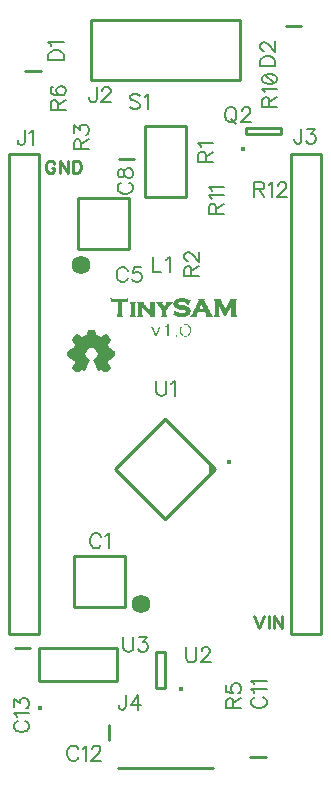
<source format=gbr>
%TF.GenerationSoftware,Novarm,DipTrace Beta,2.9.0.1*%
%TF.CreationDate,2015-11-14T18:18:46-04:00*%
%FSLAX35Y35*%
%MOMM*%
%TF.FileFunction,Legend,Top*%
%TF.Part,Single*%
%ADD10C,0.25*%
%ADD12C,0.0762*%
%ADD17C,0.4*%
%ADD19O,1.58731X1.58749*%
%ADD34O,0.39172X0.39127*%
%ADD93C,0.19608*%
%ADD94C,0.22222*%
G75*
G01*
%LPD*%
X2003876Y2796342D2*
D10*
X1573848D1*
Y2366354D1*
X2003876D1*
Y2796342D1*
D19*
X2138122Y2390840D3*
X2038216Y5400131D2*
D10*
X1608227D1*
Y5830160D1*
X2038216D1*
Y5400131D1*
D19*
X1632713Y5265886D3*
X2083491Y6162907D2*
D10*
X1953591D1*
X3194074Y1102497D2*
X3064174D1*
X1872601Y1369651D2*
Y1239751D1*
X1072594Y2021607D2*
X1202494D1*
X1291011Y6906054D2*
X1161111D1*
X3365831Y7285947D2*
X3495731D1*
X1025396Y2143186D2*
X1279401D1*
Y6206815D1*
X1025396D1*
Y2143186D1*
X2978701Y6828301D2*
Y7338301D1*
X1713701D1*
Y6828301D1*
X2978701D1*
X3667005Y6206815D2*
X3413001D1*
Y2143186D1*
X3667005D1*
Y6206815D1*
X1946201Y1007427D2*
X2746261D1*
D34*
X3003231Y6249310D3*
X3026601Y6376670D2*
D10*
X3326587D1*
Y6426671D1*
X3026601D1*
Y6376670D1*
X2171201Y5838633D2*
X2521201D1*
Y6438729D1*
X2171201D1*
Y5838633D1*
X2770568Y3540112D2*
X2346138Y3115677D1*
X1921820Y3539889D1*
X2346250Y3964324D1*
X2770568Y3540112D1*
G36*
D2*
X2713918Y3596644D1*
Y3483469D1*
X2770568Y3540112D1*
G37*
D17*
X2887228Y3593013D3*
D34*
X2481142Y1672263D3*
X2343816Y1685630D2*
D10*
Y1985624D1*
X2263830Y1685630D2*
Y1985624D1*
X2343816D2*
X2263830D1*
X2343816Y1685630D2*
X2263830D1*
D34*
X1282344Y1513233D3*
X1279704Y1739928D2*
D10*
X1939672D1*
X1279704Y2019927D2*
X1939672D1*
Y1739928D2*
Y2019927D1*
X1279704Y1739928D2*
Y2019927D1*
X1884377Y4986681D2*
D12*
D3*
X2021537Y4982871D2*
X2025347D1*
X2459687D2*
X2497787D1*
X1884377Y4979061D2*
X2025347D1*
X2449153D2*
X2510697D1*
X2623517D2*
X2673047D1*
X2756867D2*
X2810207D1*
X2890217D2*
X2943557D1*
X1884377Y4975251D2*
X2025347D1*
X2440453D2*
X2523432D1*
X2626433D2*
X2669237D1*
X2759928D2*
X2808594D1*
X2891831D2*
X2940496D1*
X1884377Y4971441D2*
X2025347D1*
X2433481D2*
X2536907D1*
X2628693D2*
X2665427D1*
X2762157D2*
X2807607D1*
X2892817D2*
X2938268D1*
X1884377Y4967631D2*
X2025347D1*
X2428084D2*
X2551127D1*
X2628521D2*
X2667331D1*
X2763433D2*
X2808397D1*
X2892027D2*
X2936992D1*
X1884377Y4963821D2*
X2025347D1*
X2424189D2*
X2548765D1*
X2627562D2*
X2668929D1*
X2764051D2*
X2809703D1*
X2890721D2*
X2936373D1*
X1884377Y4960011D2*
X2025347D1*
X2421321D2*
X2546592D1*
X2626093D2*
X2670529D1*
X2764319D2*
X2811333D1*
X2889091D2*
X2936105D1*
X1941527Y4956201D2*
X1968197D1*
X2021537D2*
X2025347D1*
X2419009D2*
X2459992D1*
X2500834D2*
X2544551D1*
X2624363D2*
X2672252D1*
X2764426D2*
X2813131D1*
X2887294D2*
X2935999D1*
X1884377Y4952391D2*
D3*
X1941527D2*
X1968197D1*
X2048207D2*
X2086307D1*
X2109167D2*
X2154887D1*
X2215847D2*
X2253947D1*
X2265377D2*
X2314907D1*
X2349197D2*
X2398727D1*
X2417073D2*
X2453513D1*
X2510518D2*
X2542592D1*
X2622529D2*
X2674078D1*
X2764466D2*
X2814991D1*
X2885433D2*
X2935959D1*
X1941527Y4948581D2*
X1968197D1*
X2049966D2*
X2083246D1*
X2112228D2*
X2153288D1*
X2217606D2*
X2250430D1*
X2269187D2*
X2313163D1*
X2352098D2*
X2394204D1*
X2415602D2*
X2448517D1*
X2518636D2*
X2540673D1*
X2620645D2*
X2676065D1*
X2764480D2*
X2816884D1*
X2883540D2*
X2935945D1*
X1941527Y4944771D2*
X1968197D1*
X2051060D2*
X2081018D1*
X2114457D2*
X2152347D1*
X2218700D2*
X2247825D1*
X2272997D2*
X2312218D1*
X2354313D2*
X2390204D1*
X2414724D2*
X2444637D1*
X2524753D2*
X2538862D1*
X2618752D2*
X2678318D1*
X2764485D2*
X2818781D1*
X2881629D2*
X2935940D1*
X1941527Y4940961D2*
X1968197D1*
X2051614D2*
X2079742D1*
X2115733D2*
X2153704D1*
X2219254D2*
X2247030D1*
X2276792D2*
X2311897D1*
X2354093D2*
X2386658D1*
X2414300D2*
X2442934D1*
X2528911D2*
X2537271D1*
X2616862D2*
X2680766D1*
X2764486D2*
X2820687D1*
X2879603D2*
X2935938D1*
X1941527Y4937151D2*
X1968197D1*
X2051859D2*
X2079123D1*
X2116351D2*
X2156073D1*
X2219499D2*
X2246617D1*
X2280468D2*
X2313485D1*
X2352279D2*
X2383157D1*
X2414240D2*
X2442641D1*
X2532077D2*
X2535887D1*
X2615080D2*
X2641964D1*
X2649584D2*
X2683097D1*
X2764487D2*
X2822588D1*
X2877336D2*
X2935937D1*
X1941527Y4933341D2*
X1968197D1*
X2051959D2*
X2078855D1*
X2116619D2*
X2159185D1*
X2219599D2*
X2246437D1*
X2283793D2*
X2315850D1*
X2350172D2*
X2379667D1*
X2414648D2*
X2449036D1*
X2613538D2*
X2640885D1*
X2652315D2*
X2685238D1*
X2764487D2*
X2824496D1*
X2874882D2*
X2935937D1*
X1941527Y4929531D2*
X1968197D1*
X2051997D2*
X2078749D1*
X2116726D2*
X2162694D1*
X2219637D2*
X2246367D1*
X2286690D2*
X2318534D1*
X2347704D2*
X2376436D1*
X2415545D2*
X2460392D1*
X2612183D2*
X2639398D1*
X2654638D2*
X2687259D1*
X2764487D2*
X2826398D1*
X2872549D2*
X2935937D1*
X1941527Y4925721D2*
X1968197D1*
X2052010D2*
X2078709D1*
X2116766D2*
X2166385D1*
X2219650D2*
X2246341D1*
X2289509D2*
X2321169D1*
X2344833D2*
X2373579D1*
X2416660D2*
X2476920D1*
X2610705D2*
X2637684D1*
X2656734D2*
X2689209D1*
X2764487D2*
X2791157D1*
X2799381D2*
X2828306D1*
X2870407D2*
X2897103D1*
X2905457D2*
X2935937D1*
X1941527Y4921911D2*
X1968197D1*
X2052015D2*
X2078695D1*
X2116780D2*
X2170151D1*
X2219655D2*
X2246332D1*
X2292520D2*
X2324037D1*
X2341917D2*
X2370777D1*
X2417955D2*
X2494943D1*
X2609037D2*
X2635853D1*
X2658713D2*
X2691136D1*
X2764487D2*
X2791157D1*
X2800459D2*
X2830223D1*
X2868386D2*
X2895655D1*
X2905457D2*
X2935937D1*
X1941527Y4918101D2*
X1968197D1*
X2052016D2*
X2078690D1*
X2116785D2*
X2173945D1*
X2219656D2*
X2246329D1*
X2295491D2*
X2327727D1*
X2339233D2*
X2367771D1*
X2419869D2*
X2510682D1*
X2607249D2*
X2633980D1*
X2660650D2*
X2693045D1*
X2764487D2*
X2791157D1*
X2801946D2*
X2832250D1*
X2866436D2*
X2893622D1*
X2905457D2*
X2935937D1*
X1941527Y4914291D2*
X1968197D1*
X2052017D2*
X2078688D1*
X2116786D2*
X2177750D1*
X2219657D2*
X2246328D1*
X2298227D2*
X2332451D1*
X2336632D2*
X2364802D1*
X2422703D2*
X2522795D1*
X2605389D2*
X2632098D1*
X2662563D2*
X2694955D1*
X2764487D2*
X2791157D1*
X2803675D2*
X2834519D1*
X2864509D2*
X2891477D1*
X2905457D2*
X2935937D1*
X1941527Y4910481D2*
X1968197D1*
X2052017D2*
X2078687D1*
X2116787D2*
X2181573D1*
X2219657D2*
X2246327D1*
X2300979D2*
X2362067D1*
X2426637D2*
X2531391D1*
X2603506D2*
X2630318D1*
X2664474D2*
X2696858D1*
X2764487D2*
X2791157D1*
X2805625D2*
X2836973D1*
X2862585D2*
X2889412D1*
X2905457D2*
X2935937D1*
X1941527Y4906671D2*
X1968197D1*
X2052017D2*
X2078687D1*
X2116787D2*
X2139647D1*
X2151077D2*
X2185516D1*
X2219657D2*
X2246327D1*
X2303964D2*
X2359316D1*
X2432272D2*
X2537192D1*
X2601605D2*
X2628763D1*
X2666392D2*
X2698766D1*
X2764487D2*
X2791157D1*
X2807865D2*
X2839305D1*
X2860526D2*
X2887420D1*
X2905457D2*
X2935937D1*
X1941527Y4902861D2*
X1968197D1*
X2052017D2*
X2078687D1*
X2116787D2*
X2139647D1*
X2154887D2*
X2189812D1*
X2219657D2*
X2246327D1*
X2306926D2*
X2356330D1*
X2441066D2*
X2541076D1*
X2599705D2*
X2627275D1*
X2668434D2*
X2700668D1*
X2764487D2*
X2791157D1*
X2810308D2*
X2841459D1*
X2857978D2*
X2885465D1*
X2905457D2*
X2935937D1*
X1941527Y4899051D2*
X1968197D1*
X2052017D2*
X2078687D1*
X2116787D2*
X2139647D1*
X2158697D2*
X2194534D1*
X2219657D2*
X2246327D1*
X2309644D2*
X2353383D1*
X2454903D2*
X2543869D1*
X2597798D2*
X2625310D1*
X2670826D2*
X2702576D1*
X2764487D2*
X2791157D1*
X2812637D2*
X2843580D1*
X2854437D2*
X2883423D1*
X2905457D2*
X2935937D1*
X1941527Y4895241D2*
X1968197D1*
X2052017D2*
X2078687D1*
X2116787D2*
X2139647D1*
X2162507D2*
X2199336D1*
X2219642D2*
X2246327D1*
X2312260D2*
X2350799D1*
X2473279D2*
X2546130D1*
X2595896D2*
X2622675D1*
X2673716D2*
X2704478D1*
X2764487D2*
X2791157D1*
X2814778D2*
X2845852D1*
X2849777D2*
X2881149D1*
X2905457D2*
X2935937D1*
X1941527Y4891431D2*
X1968197D1*
X2052017D2*
X2078687D1*
X2116787D2*
X2139647D1*
X2166317D2*
X2203955D1*
X2219497D2*
X2246327D1*
X2314745D2*
X2348668D1*
X2491638D2*
X2548040D1*
X2593988D2*
X2706386D1*
X2764487D2*
X2791157D1*
X2816799D2*
X2878693D1*
X2905457D2*
X2935937D1*
X1941527Y4887621D2*
X1968197D1*
X2052017D2*
X2078687D1*
X2116787D2*
X2139647D1*
X2170127D2*
X2208708D1*
X2218908D2*
X2246327D1*
X2316646D2*
X2347096D1*
X2505365D2*
X2549499D1*
X2592086D2*
X2708288D1*
X2764487D2*
X2791157D1*
X2818749D2*
X2876359D1*
X2905457D2*
X2935937D1*
X1941527Y4883811D2*
X1968197D1*
X2052017D2*
X2078687D1*
X2116787D2*
X2139647D1*
X2173937D2*
X2213989D1*
X2217606D2*
X2246327D1*
X2317767D2*
X2346172D1*
X2515117D2*
X2550373D1*
X2590178D2*
X2710196D1*
X2764487D2*
X2791157D1*
X2820676D2*
X2874217D1*
X2905457D2*
X2935937D1*
X1941527Y4880001D2*
X1968197D1*
X2052017D2*
X2078687D1*
X2116787D2*
X2139647D1*
X2177747D2*
X2246327D1*
X2318321D2*
X2345716D1*
X2518560D2*
X2550795D1*
X2588276D2*
X2712098D1*
X2764487D2*
X2791157D1*
X2822585D2*
X2872196D1*
X2905457D2*
X2935937D1*
X1941527Y4876191D2*
X1968197D1*
X2052017D2*
X2078687D1*
X2116787D2*
X2139647D1*
X2181557D2*
X2246327D1*
X2318563D2*
X2345515D1*
X2425397D2*
X2429207D1*
X2519851D2*
X2550854D1*
X2586368D2*
X2714006D1*
X2764487D2*
X2791157D1*
X2824495D2*
X2870231D1*
X2905457D2*
X2935937D1*
X1941527Y4872381D2*
X1968197D1*
X2052017D2*
X2078687D1*
X2116787D2*
X2139647D1*
X2185367D2*
X2246327D1*
X2318661D2*
X2345434D1*
X2423035D2*
X2431596D1*
X2519819D2*
X2550447D1*
X2584466D2*
X2611484D1*
X2680064D2*
X2715908D1*
X2764487D2*
X2791157D1*
X2826398D2*
X2868185D1*
X2905457D2*
X2935937D1*
X1941527Y4868571D2*
X1968197D1*
X2052017D2*
X2078687D1*
X2116787D2*
X2139647D1*
X2189177D2*
X2246327D1*
X2318697D2*
X2345404D1*
X2420862D2*
X2437093D1*
X2518059D2*
X2549549D1*
X2582558D2*
X2610405D1*
X2682795D2*
X2717816D1*
X2764487D2*
X2791157D1*
X2828306D2*
X2865909D1*
X2905457D2*
X2935937D1*
X1941527Y4864761D2*
X1968197D1*
X2052017D2*
X2078687D1*
X2116787D2*
X2139647D1*
X2192987D2*
X2246327D1*
X2318710D2*
X2345393D1*
X2418836D2*
X2445844D1*
X2513491D2*
X2548434D1*
X2580656D2*
X2608918D1*
X2685118D2*
X2719718D1*
X2764487D2*
X2791157D1*
X2830223D2*
X2863453D1*
X2905457D2*
X2935937D1*
X1941527Y4860951D2*
X1968197D1*
X2052017D2*
X2078687D1*
X2116787D2*
X2139647D1*
X2196797D2*
X2246327D1*
X2318715D2*
X2345389D1*
X2416996D2*
X2460444D1*
X2501358D2*
X2547139D1*
X2578748D2*
X2607204D1*
X2687214D2*
X2721626D1*
X2764487D2*
X2791157D1*
X2832250D2*
X2861119D1*
X2905457D2*
X2935937D1*
X1941512Y4857141D2*
X1968197D1*
X2052017D2*
X2078687D1*
X2116787D2*
X2139647D1*
X2200607D2*
X2246327D1*
X2318716D2*
X2345388D1*
X2415420D2*
X2482572D1*
X2482666D2*
X2545240D1*
X2576846D2*
X2605388D1*
X2689193D2*
X2723528D1*
X2764487D2*
X2791157D1*
X2834519D2*
X2858977D1*
X2905457D2*
X2935937D1*
X1941378Y4853331D2*
X1968212D1*
X2052017D2*
X2078702D1*
X2116772D2*
X2139662D1*
X2204402D2*
X2246327D1*
X2318702D2*
X2345402D1*
X2413965D2*
X2542555D1*
X2574938D2*
X2603649D1*
X2691100D2*
X2725436D1*
X2764472D2*
X2791157D1*
X2836973D2*
X2856956D1*
X2905457D2*
X2935952D1*
X1940878Y4849521D2*
X1968361D1*
X2052002D2*
X2078851D1*
X2116623D2*
X2139811D1*
X2208049D2*
X2246357D1*
X2318553D2*
X2345551D1*
X2412206D2*
X2539270D1*
X2573006D2*
X2602282D1*
X2692730D2*
X2727368D1*
X2764323D2*
X2791187D1*
X2839294D2*
X2854994D1*
X2905427D2*
X2936101D1*
X1939820Y4845711D2*
X1968994D1*
X2051857D2*
X2079484D1*
X2115990D2*
X2140444D1*
X2211080D2*
X2246647D1*
X2317920D2*
X2346184D1*
X2410157D2*
X2413967D1*
X2421762D2*
X2535391D1*
X2570820D2*
X2601356D1*
X2693979D2*
X2729554D1*
X2763690D2*
X2791477D1*
X2841337D2*
X2852968D1*
X2905137D2*
X2936734D1*
X1938244Y4841901D2*
X1970528D1*
X2051268D2*
X2081018D1*
X2114457D2*
X2141978D1*
X2213358D2*
X2247339D1*
X2316387D2*
X2347718D1*
X2430163D2*
X2530266D1*
X2567839D2*
X2601886D1*
X2693344D2*
X2732535D1*
X2762157D2*
X2792169D1*
X2843043D2*
X2850738D1*
X2904445D2*
X2938268D1*
X1936220Y4838091D2*
X1972964D1*
X2049966D2*
X2083454D1*
X2112020D2*
X2144414D1*
X2212986D2*
X2250308D1*
X2313950D2*
X2350154D1*
X2439906D2*
X2522837D1*
X2563647D2*
X2604729D1*
X2690979D2*
X2736727D1*
X2759720D2*
X2795138D1*
X2844497D2*
X2848307D1*
X2901476D2*
X2940704D1*
X1933907Y4834281D2*
X1975817D1*
X2048207D2*
X2086307D1*
X2109167D2*
X2147267D1*
X2212037D2*
X2253947D1*
X2311097D2*
X2353007D1*
X2451265D2*
X2512865D1*
X2558747D2*
X2608277D1*
X2688287D2*
X2741627D1*
X2756867D2*
X2798777D1*
X2897837D2*
X2943557D1*
X2463497Y4830471D2*
X2501597D1*
X2506474Y4763644D2*
X2519174D1*
X2364234Y4761104D2*
X2369314D1*
X2498854D2*
D3*
X2524254D2*
X2526794D1*
X2363857Y4758564D2*
X2368141D1*
X2493774D2*
D3*
X2531874D2*
D3*
X2362577Y4756024D2*
X2367412D1*
X2488694D2*
D3*
X2536954D2*
D3*
X2359788Y4753484D2*
X2367043D1*
X2486154D2*
D3*
X2539484D2*
X2539494D1*
X2356614Y4750944D2*
X2366879D1*
X2483614D2*
D3*
X2541935D2*
X2542034D1*
X2346454Y4748404D2*
X2348994D1*
X2360131D2*
X2366813D1*
X2481074D2*
D3*
X2544141D2*
X2544574D1*
X2362736Y4745864D2*
X2366788D1*
X2545973D2*
X2547114D1*
X2227074Y4743324D2*
X2234694D1*
X2293114D2*
X2295654D1*
X2363531D2*
X2366779D1*
X2475994D2*
X2478534D1*
X2547440D2*
X2547114D1*
X2228649Y4740784D2*
X2234704D1*
X2293114D2*
X2295654D1*
X2363944D2*
X2366775D1*
X2548513D2*
X2549654D1*
X2230097Y4738244D2*
X2234793D1*
X2364124D2*
X2366774D1*
X2473454D2*
X2475994D1*
X2549180D2*
X2549654D1*
X2231458Y4735704D2*
X2235127D1*
X2293114D2*
D3*
X2364194D2*
X2366774D1*
X2549654D2*
X2552194D1*
X2232764Y4733164D2*
X2235824D1*
X2290574D2*
D3*
X2364220D2*
X2366774D1*
X2470914D2*
X2473454D1*
X2234043Y4730624D2*
X2236801D1*
X2290574D2*
D3*
X2364229D2*
X2366774D1*
X2470914D2*
X2473454D1*
X2552194D2*
X2554734D1*
X2235251Y4728084D2*
X2237876D1*
X2288034D2*
D3*
X2364232D2*
X2366774D1*
X2552291D2*
X2554831D1*
X2236311Y4725544D2*
X2238881D1*
X2288034D2*
D3*
X2364233D2*
X2366774D1*
X2468374D2*
X2470914D1*
X2552616D2*
X2555156D1*
X2237234Y4723004D2*
X2239774D1*
X2285494D2*
D3*
X2364234D2*
X2366774D1*
X2468374D2*
X2470914D1*
X2553225D2*
X2555765D1*
X2285494Y4720464D2*
D3*
X2364234D2*
X2366774D1*
X2468374D2*
X2470914D1*
X2553876D2*
X2556416D1*
X2239774Y4717924D2*
X2242314D1*
X2285494D2*
D3*
X2364234D2*
X2366774D1*
X2468374D2*
X2470914D1*
X2554319D2*
X2556859D1*
X2240739Y4715384D2*
X2243279D1*
X2282954D2*
D3*
X2364234D2*
X2366774D1*
X2468374D2*
X2470914D1*
X2554555D2*
X2557095D1*
X2241822Y4712844D2*
X2244362D1*
X2282954D2*
D3*
X2364234D2*
X2366774D1*
X2468384D2*
X2470914D1*
X2554668D2*
X2557208D1*
X2242936Y4710304D2*
X2245476D1*
X2280414D2*
D3*
X2364234D2*
X2366774D1*
X2468473D2*
X2470924D1*
X2554734D2*
X2557274D1*
X2243954Y4707764D2*
X2246494D1*
X2280414D2*
D3*
X2364234D2*
X2366774D1*
X2468797D2*
X2471013D1*
X2244854Y4705224D2*
X2247394D1*
X2364234D2*
X2366774D1*
X2469406D2*
X2471339D1*
X2552194D2*
X2554734D1*
X2277874Y4702684D2*
D3*
X2364234D2*
X2366774D1*
X2470063D2*
X2471968D1*
X2552194D2*
X2554331D1*
X2247394Y4700144D2*
X2249934D1*
X2277874D2*
D3*
X2364234D2*
X2366774D1*
X2470545D2*
X2472724D1*
X2552194D2*
X2553612D1*
X2275334Y4697604D2*
D3*
X2364234D2*
X2366774D1*
X2470914D2*
X2473454D1*
X2552194D2*
X2552621D1*
X2249934Y4695064D2*
X2252474D1*
X2275334D2*
D3*
X2364234D2*
X2366774D1*
X2552194D2*
X2551479D1*
X2249934Y4692524D2*
X2252474D1*
X2272794D2*
D3*
X2364234D2*
X2366774D1*
X2473454D2*
X2475994D1*
X2549654D2*
X2550258D1*
X2272794Y4689984D2*
D3*
X2364234D2*
X2366774D1*
X2475126D2*
X2476885D1*
X2549654D2*
X2548999D1*
X2252474Y4687444D2*
X2255014D1*
X2364234D2*
X2366774D1*
X2476910D2*
X2477749D1*
X2547114D2*
X2547645D1*
X2270254Y4684904D2*
D3*
X2364234D2*
X2366774D1*
X2478968D2*
X2478534D1*
X2547114D2*
X2546046D1*
X2255014Y4682364D2*
X2257554D1*
X2270254D2*
D3*
X2364234D2*
X2366774D1*
X2481259D2*
X2481074D1*
X2544574D2*
X2544077D1*
X2267714Y4679824D2*
D3*
X2364234D2*
X2366784D1*
X2483687D2*
X2483614D1*
X2542034D2*
X2541825D1*
X2263023Y4677284D2*
X2267714D1*
X2364234D2*
X2366881D1*
X2486180D2*
X2486154D1*
X2539494D2*
X2539417D1*
X2259548Y4674744D2*
X2267714D1*
X2364234D2*
X2367273D1*
X2435354D2*
X2437894D1*
X2488694D2*
D3*
X2536954D2*
D3*
X2258406Y4672204D2*
X2267714D1*
X2364234D2*
X2368141D1*
X2434354D2*
X2438894D1*
X2493774D2*
D3*
X2531874D2*
D3*
X2257554Y4669664D2*
X2267714D1*
X2364234D2*
X2369314D1*
X2434674D2*
X2438574D1*
X2498854D2*
D3*
X2526794D2*
D3*
X2435354Y4667124D2*
X2437894D1*
X2503934D2*
X2519174D1*
X1689857Y4714641D2*
X1743197D1*
X1687252Y4707021D2*
X1745802D1*
X1684984Y4699401D2*
X1748070D1*
X1683510Y4691781D2*
X1749544D1*
X1682406Y4684161D2*
X1750648D1*
X1590797Y4676541D2*
X1598417D1*
X1681096D2*
X1751959D1*
X1834637D2*
X1842257D1*
X1583177Y4668921D2*
X1609269D1*
X1675988D2*
X1757066D1*
X1823786D2*
X1849877D1*
X1575587Y4661301D2*
X1621542D1*
X1660767D2*
X1772288D1*
X1811512D2*
X1857467D1*
X1568294Y4653681D2*
X1635937D1*
X1639064D2*
X1793991D1*
X1797117D2*
X1864760D1*
X1562241Y4646061D2*
X1870814D1*
X1557713Y4638441D2*
X1875342D1*
X1558267Y4630821D2*
X1874787D1*
X1562709Y4623201D2*
X1870345D1*
X1567774Y4615581D2*
X1865280D1*
X1572548Y4607961D2*
X1860507D1*
X1576398Y4600341D2*
X1856657D1*
X1579318Y4592721D2*
X1853737D1*
X1578402Y4585101D2*
X1854652D1*
X1575783Y4577481D2*
X1857242D1*
X1571840Y4569861D2*
X1861095D1*
X1560607Y4562241D2*
X1689887D1*
X1743167D2*
X1871223D1*
X1545841Y4554621D2*
X1682535D1*
X1750520D2*
X1884131D1*
X1531904Y4547001D2*
X1675916D1*
X1757139D2*
X1896106D1*
X1521183Y4539381D2*
X1670418D1*
X1762636D2*
X1905260D1*
X1517708Y4531761D2*
X1666021D1*
X1767034D2*
X1908204D1*
X1515888Y4524141D2*
X1662853D1*
X1770201D2*
X1909746D1*
X1515091Y4516521D2*
X1661285D1*
X1771769D2*
X1910420D1*
X1514895Y4508901D2*
X1660870D1*
X1772184D2*
X1910567D1*
X1515103Y4501281D2*
X1663873D1*
X1769182D2*
X1910336D1*
X1518654Y4493661D2*
X1668192D1*
X1764862D2*
X1906900D1*
X1530593Y4486041D2*
X1673692D1*
X1759362D2*
X1896066D1*
X1545217Y4478421D2*
X1680678D1*
X1752377D2*
X1883300D1*
X1558339Y4470801D2*
X1688896D1*
X1744159D2*
X1872140D1*
X1568736Y4463181D2*
X1697477D1*
X1735577D2*
X1863309D1*
X1573686Y4455561D2*
X1693670D1*
X1739385D2*
X1858892D1*
X1578352Y4447941D2*
X1690475D1*
X1742580D2*
X1854518D1*
X1583177Y4440321D2*
X1687273D1*
X1745782D2*
X1849877D1*
X1578192Y4432701D2*
X1683857D1*
X1749198D2*
X1854862D1*
X1573108Y4425081D2*
X1680474D1*
X1752581D2*
X1859947D1*
X1567909Y4417461D2*
X1677470D1*
X1755584D2*
X1865145D1*
X1562926Y4409841D2*
X1674790D1*
X1758264D2*
X1870128D1*
X1557924Y4402221D2*
X1671847D1*
X1761207D2*
X1875130D1*
X1552697Y4394601D2*
X1668539D1*
X1764516D2*
X1880357D1*
X1560317Y4386981D2*
X1665161D1*
X1767893D2*
X1872737D1*
X1567937Y4379361D2*
X1662087D1*
X1770967D2*
X1865117D1*
X1575557Y4371741D2*
X1621277D1*
X1651757D2*
X1659377D1*
X1773677D2*
X1781297D1*
X1811777D2*
X1857497D1*
X1583177Y4364121D2*
X1613657D1*
X1819397D2*
X1849877D1*
X1884377Y4986681D2*
X1880567Y4982871D1*
X2021537D2*
Y4979061D1*
X2025347Y4982871D2*
Y4979061D1*
Y4975251D1*
Y4971441D1*
Y4967631D1*
Y4963821D1*
Y4960011D1*
Y4956201D1*
X2459687Y4982871D2*
X2449153Y4979061D1*
X2440453Y4975251D1*
X2433481Y4971441D1*
X2428084Y4967631D1*
X2424189Y4963821D1*
X2421321Y4960011D1*
X2419009Y4956201D1*
X2417073Y4952391D1*
X2415602Y4948581D1*
X2414724Y4944771D1*
X2414300Y4940961D1*
X2414240Y4937151D1*
X2414648Y4933341D1*
X2415545Y4929531D1*
X2416660Y4925721D1*
X2417955Y4921911D1*
X2419869Y4918101D1*
X2422703Y4914291D1*
X2426637Y4910481D1*
X2432272Y4906671D1*
X2441066Y4902861D1*
X2454903Y4899051D1*
X2473279Y4895241D1*
X2491638Y4891431D1*
X2505365Y4887621D1*
X2515117Y4883811D1*
X2518560Y4880001D1*
X2519851Y4876191D1*
X2519819Y4872381D1*
X2518059Y4868571D1*
X2513491Y4864761D1*
X2501358Y4860951D1*
X2482666Y4857141D1*
X2459687Y4853331D1*
X2497787Y4982871D2*
X2510697Y4979061D1*
X2523432Y4975251D1*
X2536907Y4971441D1*
X2551127Y4967631D1*
X2548765Y4963821D1*
X2546592Y4960011D1*
X2544551Y4956201D1*
X2542592Y4952391D1*
X2540673Y4948581D1*
X2538862Y4944771D1*
X2537271Y4940961D1*
X2535887Y4937151D1*
X1884377Y4979061D2*
Y4975251D1*
Y4971441D1*
Y4967631D1*
Y4963821D1*
Y4960011D1*
X2623517Y4979061D2*
X2626433Y4975251D1*
X2628693Y4971441D1*
X2628521Y4967631D1*
X2627562Y4963821D1*
X2626093Y4960011D1*
X2624363Y4956201D1*
X2622529Y4952391D1*
X2620645Y4948581D1*
X2618752Y4944771D1*
X2616862Y4940961D1*
X2615080Y4937151D1*
X2613538Y4933341D1*
X2612183Y4929531D1*
X2610705Y4925721D1*
X2609037Y4921911D1*
X2607249Y4918101D1*
X2605389Y4914291D1*
X2603506Y4910481D1*
X2601605Y4906671D1*
X2599705Y4902861D1*
X2597798Y4899051D1*
X2595896Y4895241D1*
X2593988Y4891431D1*
X2592086Y4887621D1*
X2590178Y4883811D1*
X2588276Y4880001D1*
X2586368Y4876191D1*
X2584466Y4872381D1*
X2582558Y4868571D1*
X2580656Y4864761D1*
X2578748Y4860951D1*
X2576846Y4857141D1*
X2574938Y4853331D1*
X2573006Y4849521D1*
X2570820Y4845711D1*
X2567839Y4841901D1*
X2563647Y4838091D1*
X2558747Y4834281D1*
X2673047Y4979061D2*
X2669237Y4975251D1*
X2665427Y4971441D1*
X2667331Y4967631D1*
X2668929Y4963821D1*
X2670529Y4960011D1*
X2672252Y4956201D1*
X2674078Y4952391D1*
X2676065Y4948581D1*
X2678318Y4944771D1*
X2680766Y4940961D1*
X2683097Y4937151D1*
X2685238Y4933341D1*
X2687259Y4929531D1*
X2689209Y4925721D1*
X2691136Y4921911D1*
X2693045Y4918101D1*
X2694955Y4914291D1*
X2696858Y4910481D1*
X2698766Y4906671D1*
X2700668Y4902861D1*
X2702576Y4899051D1*
X2704478Y4895241D1*
X2706386Y4891431D1*
X2708288Y4887621D1*
X2710196Y4883811D1*
X2712098Y4880001D1*
X2714006Y4876191D1*
X2715908Y4872381D1*
X2717816Y4868571D1*
X2719718Y4864761D1*
X2721626Y4860951D1*
X2723528Y4857141D1*
X2725436Y4853331D1*
X2727368Y4849521D1*
X2729554Y4845711D1*
X2732535Y4841901D1*
X2736727Y4838091D1*
X2741627Y4834281D1*
X2756867Y4979061D2*
X2759928Y4975251D1*
X2762157Y4971441D1*
X2763433Y4967631D1*
X2764051Y4963821D1*
X2764319Y4960011D1*
X2764426Y4956201D1*
X2764466Y4952391D1*
X2764480Y4948581D1*
X2764485Y4944771D1*
X2764486Y4940961D1*
X2764487Y4937151D1*
Y4933341D1*
Y4929531D1*
Y4925721D1*
Y4921911D1*
Y4918101D1*
Y4914291D1*
Y4910481D1*
Y4906671D1*
Y4902861D1*
Y4899051D1*
Y4895241D1*
Y4891431D1*
Y4887621D1*
Y4883811D1*
Y4880001D1*
Y4876191D1*
Y4872381D1*
Y4868571D1*
Y4864761D1*
Y4860951D1*
Y4857141D1*
X2764472Y4853331D1*
X2764323Y4849521D1*
X2763690Y4845711D1*
X2762157Y4841901D1*
X2759720Y4838091D1*
X2756867Y4834281D1*
X2810207Y4979061D2*
X2808594Y4975251D1*
X2807607Y4971441D1*
X2808397Y4967631D1*
X2809703Y4963821D1*
X2811333Y4960011D1*
X2813131Y4956201D1*
X2814991Y4952391D1*
X2816884Y4948581D1*
X2818781Y4944771D1*
X2820687Y4940961D1*
X2822588Y4937151D1*
X2824496Y4933341D1*
X2826398Y4929531D1*
X2828306Y4925721D1*
X2830223Y4921911D1*
X2832250Y4918101D1*
X2834519Y4914291D1*
X2836973Y4910481D1*
X2839305Y4906671D1*
X2841459Y4902861D1*
X2843580Y4899051D1*
X2845852Y4895241D1*
X2848307Y4891431D1*
X2890217Y4979061D2*
X2891831Y4975251D1*
X2892817Y4971441D1*
X2892027Y4967631D1*
X2890721Y4963821D1*
X2889091Y4960011D1*
X2887294Y4956201D1*
X2885433Y4952391D1*
X2883540Y4948581D1*
X2881629Y4944771D1*
X2879603Y4940961D1*
X2877336Y4937151D1*
X2874882Y4933341D1*
X2872549Y4929531D1*
X2870407Y4925721D1*
X2868386Y4921911D1*
X2866436Y4918101D1*
X2864509Y4914291D1*
X2862585Y4910481D1*
X2860526Y4906671D1*
X2857978Y4902861D1*
X2854437Y4899051D1*
X2849777Y4895241D1*
X2844497Y4891431D1*
X2943557Y4979061D2*
X2940496Y4975251D1*
X2938268Y4971441D1*
X2936992Y4967631D1*
X2936373Y4963821D1*
X2936105Y4960011D1*
X2935999Y4956201D1*
X2935959Y4952391D1*
X2935945Y4948581D1*
X2935940Y4944771D1*
X2935938Y4940961D1*
X2935937Y4937151D1*
Y4933341D1*
Y4929531D1*
Y4925721D1*
Y4921911D1*
Y4918101D1*
Y4914291D1*
Y4910481D1*
Y4906671D1*
Y4902861D1*
Y4899051D1*
Y4895241D1*
Y4891431D1*
Y4887621D1*
Y4883811D1*
Y4880001D1*
Y4876191D1*
Y4872381D1*
Y4868571D1*
Y4864761D1*
Y4860951D1*
Y4857141D1*
X2935952Y4853331D1*
X2936101Y4849521D1*
X2936734Y4845711D1*
X2938268Y4841901D1*
X2940704Y4838091D1*
X2943557Y4834281D1*
X1941527Y4960011D2*
Y4956201D1*
Y4952391D1*
Y4948581D1*
Y4944771D1*
Y4940961D1*
Y4937151D1*
Y4933341D1*
Y4929531D1*
Y4925721D1*
Y4921911D1*
Y4918101D1*
Y4914291D1*
Y4910481D1*
Y4906671D1*
Y4902861D1*
Y4899051D1*
Y4895241D1*
Y4891431D1*
Y4887621D1*
Y4883811D1*
Y4880001D1*
Y4876191D1*
Y4872381D1*
Y4868571D1*
Y4864761D1*
Y4860951D1*
X1941512Y4857141D1*
X1941378Y4853331D1*
X1940878Y4849521D1*
X1939820Y4845711D1*
X1938244Y4841901D1*
X1936220Y4838091D1*
X1933907Y4834281D1*
X1968197Y4960011D2*
Y4956201D1*
Y4952391D1*
Y4948581D1*
Y4944771D1*
Y4940961D1*
Y4937151D1*
Y4933341D1*
Y4929531D1*
Y4925721D1*
Y4921911D1*
Y4918101D1*
Y4914291D1*
Y4910481D1*
Y4906671D1*
Y4902861D1*
Y4899051D1*
Y4895241D1*
Y4891431D1*
Y4887621D1*
Y4883811D1*
Y4880001D1*
Y4876191D1*
Y4872381D1*
Y4868571D1*
Y4864761D1*
Y4860951D1*
Y4857141D1*
X1968212Y4853331D1*
X1968361Y4849521D1*
X1968994Y4845711D1*
X1970528Y4841901D1*
X1972964Y4838091D1*
X1975817Y4834281D1*
X2017727Y4960011D2*
X2021537Y4956201D1*
X2467307Y4960011D2*
X2459992Y4956201D1*
X2453513Y4952391D1*
X2448517Y4948581D1*
X2444637Y4944771D1*
X2442934Y4940961D1*
X2442641Y4937151D1*
X2449036Y4933341D1*
X2460392Y4929531D1*
X2476920Y4925721D1*
X2494943Y4921911D1*
X2510682Y4918101D1*
X2522795Y4914291D1*
X2531391Y4910481D1*
X2537192Y4906671D1*
X2541076Y4902861D1*
X2543869Y4899051D1*
X2546130Y4895241D1*
X2548040Y4891431D1*
X2549499Y4887621D1*
X2550373Y4883811D1*
X2550795Y4880001D1*
X2550854Y4876191D1*
X2550447Y4872381D1*
X2549549Y4868571D1*
X2548434Y4864761D1*
X2547139Y4860951D1*
X2545240Y4857141D1*
X2542555Y4853331D1*
X2539270Y4849521D1*
X2535391Y4845711D1*
X2530266Y4841901D1*
X2522837Y4838091D1*
X2512865Y4834281D1*
X2501597Y4830471D1*
X2490167Y4960011D2*
X2500834Y4956201D1*
X2510518Y4952391D1*
X2518636Y4948581D1*
X2524753Y4944771D1*
X2528911Y4940961D1*
X2532077Y4937151D1*
X1884377Y4952391D2*
X2048207D2*
X2049966Y4948581D1*
X2051060Y4944771D1*
X2051614Y4940961D1*
X2051859Y4937151D1*
X2051959Y4933341D1*
X2051997Y4929531D1*
X2052010Y4925721D1*
X2052015Y4921911D1*
X2052016Y4918101D1*
X2052017Y4914291D1*
Y4910481D1*
Y4906671D1*
Y4902861D1*
Y4899051D1*
Y4895241D1*
Y4891431D1*
Y4887621D1*
Y4883811D1*
Y4880001D1*
Y4876191D1*
Y4872381D1*
Y4868571D1*
Y4864761D1*
Y4860951D1*
Y4857141D1*
Y4853331D1*
X2052002Y4849521D1*
X2051857Y4845711D1*
X2051268Y4841901D1*
X2049966Y4838091D1*
X2048207Y4834281D1*
X2086307Y4952391D2*
X2083246Y4948581D1*
X2081018Y4944771D1*
X2079742Y4940961D1*
X2079123Y4937151D1*
X2078855Y4933341D1*
X2078749Y4929531D1*
X2078709Y4925721D1*
X2078695Y4921911D1*
X2078690Y4918101D1*
X2078688Y4914291D1*
X2078687Y4910481D1*
Y4906671D1*
Y4902861D1*
Y4899051D1*
Y4895241D1*
Y4891431D1*
Y4887621D1*
Y4883811D1*
Y4880001D1*
Y4876191D1*
Y4872381D1*
Y4868571D1*
Y4864761D1*
Y4860951D1*
Y4857141D1*
X2078702Y4853331D1*
X2078851Y4849521D1*
X2079484Y4845711D1*
X2081018Y4841901D1*
X2083454Y4838091D1*
X2086307Y4834281D1*
X2109167Y4952391D2*
X2112228Y4948581D1*
X2114457Y4944771D1*
X2115733Y4940961D1*
X2116351Y4937151D1*
X2116619Y4933341D1*
X2116726Y4929531D1*
X2116766Y4925721D1*
X2116780Y4921911D1*
X2116785Y4918101D1*
X2116786Y4914291D1*
X2116787Y4910481D1*
Y4906671D1*
Y4902861D1*
Y4899051D1*
Y4895241D1*
Y4891431D1*
Y4887621D1*
Y4883811D1*
Y4880001D1*
Y4876191D1*
Y4872381D1*
Y4868571D1*
Y4864761D1*
Y4860951D1*
Y4857141D1*
X2116772Y4853331D1*
X2116623Y4849521D1*
X2115990Y4845711D1*
X2114457Y4841901D1*
X2112020Y4838091D1*
X2109167Y4834281D1*
X2154887Y4952391D2*
X2153288Y4948581D1*
X2152347Y4944771D1*
X2153704Y4940961D1*
X2156073Y4937151D1*
X2159185Y4933341D1*
X2162694Y4929531D1*
X2166385Y4925721D1*
X2170151Y4921911D1*
X2173945Y4918101D1*
X2177750Y4914291D1*
X2181573Y4910481D1*
X2185516Y4906671D1*
X2189812Y4902861D1*
X2194534Y4899051D1*
X2199336Y4895241D1*
X2203955Y4891431D1*
X2208708Y4887621D1*
X2213989Y4883811D1*
X2219657Y4880001D1*
X2215847Y4952391D2*
X2217606Y4948581D1*
X2218700Y4944771D1*
X2219254Y4940961D1*
X2219499Y4937151D1*
X2219599Y4933341D1*
X2219637Y4929531D1*
X2219650Y4925721D1*
X2219655Y4921911D1*
X2219656Y4918101D1*
X2219657Y4914291D1*
Y4910481D1*
Y4906671D1*
Y4902861D1*
Y4899051D1*
X2219642Y4895241D1*
X2219497Y4891431D1*
X2218908Y4887621D1*
X2217606Y4883811D1*
X2215847Y4880001D1*
X2253947Y4952391D2*
X2250430Y4948581D1*
X2247825Y4944771D1*
X2247030Y4940961D1*
X2246617Y4937151D1*
X2246437Y4933341D1*
X2246367Y4929531D1*
X2246341Y4925721D1*
X2246332Y4921911D1*
X2246329Y4918101D1*
X2246328Y4914291D1*
X2246327Y4910481D1*
Y4906671D1*
Y4902861D1*
Y4899051D1*
Y4895241D1*
Y4891431D1*
Y4887621D1*
Y4883811D1*
Y4880001D1*
Y4876191D1*
Y4872381D1*
Y4868571D1*
Y4864761D1*
Y4860951D1*
Y4857141D1*
Y4853331D1*
X2246357Y4849521D1*
X2246647Y4845711D1*
X2247339Y4841901D1*
X2250308Y4838091D1*
X2253947Y4834281D1*
X2265377Y4952391D2*
X2269187Y4948581D1*
X2272997Y4944771D1*
X2276792Y4940961D1*
X2280468Y4937151D1*
X2283793Y4933341D1*
X2286690Y4929531D1*
X2289509Y4925721D1*
X2292520Y4921911D1*
X2295491Y4918101D1*
X2298227Y4914291D1*
X2300979Y4910481D1*
X2303964Y4906671D1*
X2306926Y4902861D1*
X2309644Y4899051D1*
X2312260Y4895241D1*
X2314745Y4891431D1*
X2316646Y4887621D1*
X2317767Y4883811D1*
X2318321Y4880001D1*
X2318563Y4876191D1*
X2318661Y4872381D1*
X2318697Y4868571D1*
X2318710Y4864761D1*
X2318715Y4860951D1*
X2318716Y4857141D1*
X2318702Y4853331D1*
X2318553Y4849521D1*
X2317920Y4845711D1*
X2316387Y4841901D1*
X2313950Y4838091D1*
X2311097Y4834281D1*
X2314907Y4952391D2*
X2313163Y4948581D1*
X2312218Y4944771D1*
X2311897Y4940961D1*
X2313485Y4937151D1*
X2315850Y4933341D1*
X2318534Y4929531D1*
X2321169Y4925721D1*
X2324037Y4921911D1*
X2327727Y4918101D1*
X2332451Y4914291D1*
X2337767Y4910481D1*
X2349197Y4952391D2*
X2352098Y4948581D1*
X2354313Y4944771D1*
X2354093Y4940961D1*
X2352279Y4937151D1*
X2350172Y4933341D1*
X2347704Y4929531D1*
X2344833Y4925721D1*
X2341917Y4921911D1*
X2339233Y4918101D1*
X2336632Y4914291D1*
X2333957Y4910481D1*
X2398727Y4952391D2*
X2394204Y4948581D1*
X2390204Y4944771D1*
X2386658Y4940961D1*
X2383157Y4937151D1*
X2379667Y4933341D1*
X2376436Y4929531D1*
X2373579Y4925721D1*
X2370777Y4921911D1*
X2367771Y4918101D1*
X2364802Y4914291D1*
X2362067Y4910481D1*
X2359316Y4906671D1*
X2356330Y4902861D1*
X2353383Y4899051D1*
X2350799Y4895241D1*
X2348668Y4891431D1*
X2347096Y4887621D1*
X2346172Y4883811D1*
X2345716Y4880001D1*
X2345515Y4876191D1*
X2345434Y4872381D1*
X2345404Y4868571D1*
X2345393Y4864761D1*
X2345389Y4860951D1*
X2345388Y4857141D1*
X2345402Y4853331D1*
X2345551Y4849521D1*
X2346184Y4845711D1*
X2347718Y4841901D1*
X2350154Y4838091D1*
X2353007Y4834281D1*
X2642567Y4940961D2*
X2641964Y4937151D1*
X2640885Y4933341D1*
X2639398Y4929531D1*
X2637684Y4925721D1*
X2635853Y4921911D1*
X2633980Y4918101D1*
X2632098Y4914291D1*
X2630318Y4910481D1*
X2628763Y4906671D1*
X2627275Y4902861D1*
X2625310Y4899051D1*
X2622675Y4895241D1*
X2619707Y4891431D1*
X2646377Y4940961D2*
X2649584Y4937151D1*
X2652315Y4933341D1*
X2654638Y4929531D1*
X2656734Y4925721D1*
X2658713Y4921911D1*
X2660650Y4918101D1*
X2662563Y4914291D1*
X2664474Y4910481D1*
X2666392Y4906671D1*
X2668434Y4902861D1*
X2670826Y4899051D1*
X2673716Y4895241D1*
X2676857Y4891431D1*
X2791157Y4929531D2*
Y4925721D1*
Y4921911D1*
Y4918101D1*
Y4914291D1*
Y4910481D1*
Y4906671D1*
Y4902861D1*
Y4899051D1*
Y4895241D1*
Y4891431D1*
Y4887621D1*
Y4883811D1*
Y4880001D1*
Y4876191D1*
Y4872381D1*
Y4868571D1*
Y4864761D1*
Y4860951D1*
Y4857141D1*
Y4853331D1*
X2791187Y4849521D1*
X2791477Y4845711D1*
X2792169Y4841901D1*
X2795138Y4838091D1*
X2798777Y4834281D1*
Y4929531D2*
X2799381Y4925721D1*
X2800459Y4921911D1*
X2801946Y4918101D1*
X2803675Y4914291D1*
X2805625Y4910481D1*
X2807865Y4906671D1*
X2810308Y4902861D1*
X2812637Y4899051D1*
X2814778Y4895241D1*
X2816799Y4891431D1*
X2818749Y4887621D1*
X2820676Y4883811D1*
X2822585Y4880001D1*
X2824495Y4876191D1*
X2826398Y4872381D1*
X2828306Y4868571D1*
X2830223Y4864761D1*
X2832250Y4860951D1*
X2834519Y4857141D1*
X2836973Y4853331D1*
X2839294Y4849521D1*
X2841337Y4845711D1*
X2843043Y4841901D1*
X2844497Y4838091D1*
X2897837Y4929531D2*
X2897103Y4925721D1*
X2895655Y4921911D1*
X2893622Y4918101D1*
X2891477Y4914291D1*
X2889412Y4910481D1*
X2887420Y4906671D1*
X2885465Y4902861D1*
X2883423Y4899051D1*
X2881149Y4895241D1*
X2878693Y4891431D1*
X2876359Y4887621D1*
X2874217Y4883811D1*
X2872196Y4880001D1*
X2870231Y4876191D1*
X2868185Y4872381D1*
X2865909Y4868571D1*
X2863453Y4864761D1*
X2861119Y4860951D1*
X2858977Y4857141D1*
X2856956Y4853331D1*
X2854994Y4849521D1*
X2852968Y4845711D1*
X2850738Y4841901D1*
X2848307Y4838091D1*
X2905457Y4929531D2*
Y4925721D1*
Y4921911D1*
Y4918101D1*
Y4914291D1*
Y4910481D1*
Y4906671D1*
Y4902861D1*
Y4899051D1*
Y4895241D1*
Y4891431D1*
Y4887621D1*
Y4883811D1*
Y4880001D1*
Y4876191D1*
Y4872381D1*
Y4868571D1*
Y4864761D1*
Y4860951D1*
Y4857141D1*
Y4853331D1*
X2905427Y4849521D1*
X2905137Y4845711D1*
X2904445Y4841901D1*
X2901476Y4838091D1*
X2897837Y4834281D1*
X2139647Y4910481D2*
Y4906671D1*
Y4902861D1*
Y4899051D1*
Y4895241D1*
Y4891431D1*
Y4887621D1*
Y4883811D1*
Y4880001D1*
Y4876191D1*
Y4872381D1*
Y4868571D1*
Y4864761D1*
Y4860951D1*
Y4857141D1*
X2139662Y4853331D1*
X2139811Y4849521D1*
X2140444Y4845711D1*
X2141978Y4841901D1*
X2144414Y4838091D1*
X2147267Y4834281D1*
Y4910481D2*
X2151077Y4906671D1*
X2154887Y4902861D1*
X2158697Y4899051D1*
X2162507Y4895241D1*
X2166317Y4891431D1*
X2170127Y4887621D1*
X2173937Y4883811D1*
X2177747Y4880001D1*
X2181557Y4876191D1*
X2185367Y4872381D1*
X2189177Y4868571D1*
X2192987Y4864761D1*
X2196797Y4860951D1*
X2200607Y4857141D1*
X2204402Y4853331D1*
X2208049Y4849521D1*
X2211080Y4845711D1*
X2213358Y4841901D1*
X2212986Y4838091D1*
X2212037Y4834281D1*
X2425397Y4876191D2*
X2423035Y4872381D1*
X2420862Y4868571D1*
X2418836Y4864761D1*
X2416996Y4860951D1*
X2415420Y4857141D1*
X2413965Y4853331D1*
X2412206Y4849521D1*
X2410157Y4845711D1*
X2429207Y4876191D2*
X2431596Y4872381D1*
X2437093Y4868571D1*
X2445844Y4864761D1*
X2460444Y4860951D1*
X2482572Y4857141D1*
X2509217Y4853331D1*
X2612087Y4876191D2*
X2611484Y4872381D1*
X2610405Y4868571D1*
X2608918Y4864761D1*
X2607204Y4860951D1*
X2605388Y4857141D1*
X2603649Y4853331D1*
X2602282Y4849521D1*
X2601356Y4845711D1*
X2601886Y4841901D1*
X2604729Y4838091D1*
X2608277Y4834281D1*
X2676857Y4876191D2*
X2680064Y4872381D1*
X2682795Y4868571D1*
X2685118Y4864761D1*
X2687214Y4860951D1*
X2689193Y4857141D1*
X2691100Y4853331D1*
X2692730Y4849521D1*
X2693979Y4845711D1*
X2693344Y4841901D1*
X2690979Y4838091D1*
X2688287Y4834281D1*
X2413967Y4845711D2*
Y4849521D2*
X2421762Y4845711D1*
X2430163Y4841901D1*
X2439906Y4838091D1*
X2451265Y4834281D1*
X2463497Y4830471D1*
X2506474Y4763644D2*
X2519174D2*
X2364234Y4761104D2*
X2363857Y4758564D1*
X2362577Y4756024D1*
X2359788Y4753484D1*
X2356614Y4750944D1*
X2360131Y4748404D1*
X2362736Y4745864D1*
X2363531Y4743324D1*
X2363944Y4740784D1*
X2364124Y4738244D1*
X2364194Y4735704D1*
X2364220Y4733164D1*
X2364229Y4730624D1*
X2364232Y4728084D1*
X2364233Y4725544D1*
X2364234Y4723004D1*
Y4720464D1*
Y4717924D1*
Y4715384D1*
Y4712844D1*
Y4710304D1*
Y4707764D1*
Y4705224D1*
Y4702684D1*
Y4700144D1*
Y4697604D1*
Y4695064D1*
Y4692524D1*
Y4689984D1*
Y4687444D1*
Y4684904D1*
Y4682364D1*
Y4679824D1*
Y4677284D1*
Y4674744D1*
Y4672204D1*
Y4669664D1*
X2369314Y4761104D2*
X2368141Y4758564D1*
X2367412Y4756024D1*
X2367043Y4753484D1*
X2366879Y4750944D1*
X2366813Y4748404D1*
X2366788Y4745864D1*
X2366779Y4743324D1*
X2366775Y4740784D1*
X2366774Y4738244D1*
Y4735704D1*
Y4733164D1*
Y4730624D1*
Y4728084D1*
Y4725544D1*
Y4723004D1*
Y4720464D1*
Y4717924D1*
Y4715384D1*
Y4712844D1*
Y4710304D1*
Y4707764D1*
Y4705224D1*
Y4702684D1*
Y4700144D1*
Y4697604D1*
Y4695064D1*
Y4692524D1*
Y4689984D1*
Y4687444D1*
Y4684904D1*
Y4682364D1*
X2366784Y4679824D1*
X2366881Y4677284D1*
X2367273Y4674744D1*
X2368141Y4672204D1*
X2369314Y4669664D1*
X2498854Y4761104D2*
X2524254D2*
X2526794D2*
X2493774Y4758564D2*
X2531874D2*
X2488694Y4756024D2*
X2536954D2*
X2539484Y4753484D1*
X2541935Y4750944D1*
X2544141Y4748404D1*
X2545973Y4745864D1*
X2547440Y4743324D1*
X2548513Y4740784D1*
X2549180Y4738244D1*
X2549654Y4735704D1*
X2486154Y4753484D2*
X2483614Y4750944D2*
X2346454Y4748404D2*
X2348994D2*
X2481074D2*
X2227074Y4743324D2*
X2228649Y4740784D1*
X2230097Y4738244D1*
X2231458Y4735704D1*
X2232764Y4733164D1*
X2234043Y4730624D1*
X2235251Y4728084D1*
X2236311Y4725544D1*
X2237234Y4723004D1*
X2234694Y4743324D2*
X2234704Y4740784D1*
X2234793Y4738244D1*
X2235127Y4735704D1*
X2235824Y4733164D1*
X2236801Y4730624D1*
X2237876Y4728084D1*
X2238881Y4725544D1*
X2239774Y4723004D1*
X2293114Y4743324D2*
Y4740784D1*
X2295654Y4743324D2*
Y4740784D1*
X2475994Y4743324D2*
X2478534D2*
X2473454Y4738244D2*
X2475994D2*
X2293114Y4735704D2*
X2552194D2*
X2290574Y4733164D2*
Y4730624D1*
X2470914Y4733164D2*
Y4730624D1*
X2473454Y4733164D2*
Y4730624D1*
X2552194D2*
X2552291Y4728084D1*
X2552616Y4725544D1*
X2553225Y4723004D1*
X2553876Y4720464D1*
X2554319Y4717924D1*
X2554555Y4715384D1*
X2554668Y4712844D1*
X2554734Y4710304D1*
Y4730624D2*
X2554831Y4728084D1*
X2555156Y4725544D1*
X2555765Y4723004D1*
X2556416Y4720464D1*
X2556859Y4717924D1*
X2557095Y4715384D1*
X2557208Y4712844D1*
X2557274Y4710304D1*
X2288034Y4728084D2*
Y4725544D1*
X2468374D2*
Y4723004D1*
Y4720464D1*
Y4717924D1*
Y4715384D1*
X2468384Y4712844D1*
X2468473Y4710304D1*
X2468797Y4707764D1*
X2469406Y4705224D1*
X2470063Y4702684D1*
X2470545Y4700144D1*
X2470914Y4697604D1*
Y4725544D2*
Y4723004D1*
Y4720464D1*
Y4717924D1*
Y4715384D1*
Y4712844D1*
X2470924Y4710304D1*
X2471013Y4707764D1*
X2471339Y4705224D1*
X2471968Y4702684D1*
X2472724Y4700144D1*
X2473454Y4697604D1*
X2285494Y4723004D2*
Y4720464D1*
Y4717924D1*
X2239774D2*
X2240739Y4715384D1*
X2241822Y4712844D1*
X2242936Y4710304D1*
X2243954Y4707764D1*
X2244854Y4705224D1*
X2242314Y4717924D2*
X2243279Y4715384D1*
X2244362Y4712844D1*
X2245476Y4710304D1*
X2246494Y4707764D1*
X2247394Y4705224D1*
X2282954Y4715384D2*
Y4712844D1*
X2280414Y4710304D2*
Y4707764D1*
X2552194Y4705224D2*
Y4702684D1*
Y4700144D1*
Y4697604D1*
Y4695064D1*
X2554734Y4705224D2*
X2554331Y4702684D1*
X2553612Y4700144D1*
X2552621Y4697604D1*
X2551479Y4695064D1*
X2550258Y4692524D1*
X2548999Y4689984D1*
X2547645Y4687444D1*
X2546046Y4684904D1*
X2544077Y4682364D1*
X2541825Y4679824D1*
X2539417Y4677284D1*
X2536954Y4674744D1*
X2277874Y4702684D2*
Y4700144D1*
X2247394D2*
X2249934D2*
X2275334Y4697604D2*
Y4695064D1*
X2249934D2*
Y4692524D1*
X2252474Y4695064D2*
Y4692524D1*
X2272794D2*
Y4689984D1*
X2473454Y4692524D2*
X2475126Y4689984D1*
X2476910Y4687444D1*
X2478968Y4684904D1*
X2481259Y4682364D1*
X2483687Y4679824D1*
X2486180Y4677284D1*
X2488694Y4674744D1*
X2475994Y4692524D2*
X2476885Y4689984D1*
X2477749Y4687444D1*
X2478534Y4684904D1*
X2252474Y4687444D2*
X2255014D2*
X2270254Y4684904D2*
Y4682364D1*
X2255014D2*
X2252474Y4679824D1*
X2257554Y4682364D2*
X2267714Y4679824D2*
X2263023Y4677284D1*
X2259548Y4674744D1*
X2258406Y4672204D1*
X2257554Y4669664D1*
X2267714Y4677284D2*
Y4674744D1*
Y4672204D1*
Y4669664D1*
X2435354Y4674744D2*
X2434354Y4672204D1*
X2434674Y4669664D1*
X2435354Y4667124D1*
X2437894Y4674744D2*
X2438894Y4672204D1*
X2438574Y4669664D1*
X2437894Y4667124D1*
X2493774Y4672204D2*
X2531874D2*
X2498854Y4669664D2*
X2526794D2*
X2503934Y4667124D2*
X2519174D2*
X1689857Y4714641D2*
X1687252Y4707021D1*
X1684984Y4699401D1*
X1683510Y4691781D1*
X1682406Y4684161D1*
X1681096Y4676541D1*
X1675988Y4668921D1*
X1660767Y4661301D1*
X1639064Y4653681D1*
X1613657Y4646061D1*
X1743197Y4714641D2*
X1745802Y4707021D1*
X1748070Y4699401D1*
X1749544Y4691781D1*
X1750648Y4684161D1*
X1751959Y4676541D1*
X1757066Y4668921D1*
X1772288Y4661301D1*
X1793991Y4653681D1*
X1819397Y4646061D1*
X1590797Y4676541D2*
X1583177Y4668921D1*
X1575587Y4661301D1*
X1568294Y4653681D1*
X1562241Y4646061D1*
X1557713Y4638441D1*
X1558267Y4630821D1*
X1562709Y4623201D1*
X1567774Y4615581D1*
X1572548Y4607961D1*
X1576398Y4600341D1*
X1579318Y4592721D1*
X1578402Y4585101D1*
X1575783Y4577481D1*
X1571840Y4569861D1*
X1560607Y4562241D1*
X1545841Y4554621D1*
X1531904Y4547001D1*
X1521183Y4539381D1*
X1517708Y4531761D1*
X1515888Y4524141D1*
X1515091Y4516521D1*
X1514895Y4508901D1*
X1515103Y4501281D1*
X1518654Y4493661D1*
X1530593Y4486041D1*
X1545217Y4478421D1*
X1558339Y4470801D1*
X1568736Y4463181D1*
X1573686Y4455561D1*
X1578352Y4447941D1*
X1583177Y4440321D1*
X1578192Y4432701D1*
X1573108Y4425081D1*
X1567909Y4417461D1*
X1562926Y4409841D1*
X1557924Y4402221D1*
X1552697Y4394601D1*
X1560317Y4386981D1*
X1567937Y4379361D1*
X1575557Y4371741D1*
X1583177Y4364121D1*
X1598417Y4676541D2*
X1609269Y4668921D1*
X1621542Y4661301D1*
X1635937Y4653681D1*
X1651757Y4646061D1*
X1834637Y4676541D2*
X1823786Y4668921D1*
X1811512Y4661301D1*
X1797117Y4653681D1*
X1781297Y4646061D1*
X1842257Y4676541D2*
X1849877Y4668921D1*
X1857467Y4661301D1*
X1864760Y4653681D1*
X1870814Y4646061D1*
X1875342Y4638441D1*
X1874787Y4630821D1*
X1870345Y4623201D1*
X1865280Y4615581D1*
X1860507Y4607961D1*
X1856657Y4600341D1*
X1853737Y4592721D1*
X1854652Y4585101D1*
X1857242Y4577481D1*
X1861095Y4569861D1*
X1871223Y4562241D1*
X1884131Y4554621D1*
X1896106Y4547001D1*
X1905260Y4539381D1*
X1908204Y4531761D1*
X1909746Y4524141D1*
X1910420Y4516521D1*
X1910567Y4508901D1*
X1910336Y4501281D1*
X1906900Y4493661D1*
X1896066Y4486041D1*
X1883300Y4478421D1*
X1872140Y4470801D1*
X1863309Y4463181D1*
X1858892Y4455561D1*
X1854518Y4447941D1*
X1849877Y4440321D1*
X1854862Y4432701D1*
X1859947Y4425081D1*
X1865145Y4417461D1*
X1870128Y4409841D1*
X1875130Y4402221D1*
X1880357Y4394601D1*
X1872737Y4386981D1*
X1865117Y4379361D1*
X1857497Y4371741D1*
X1849877Y4364121D1*
X1697477Y4569861D2*
X1689887Y4562241D1*
X1682535Y4554621D1*
X1675916Y4547001D1*
X1670418Y4539381D1*
X1666021Y4531761D1*
X1662853Y4524141D1*
X1661285Y4516521D1*
X1660870Y4508901D1*
X1663873Y4501281D1*
X1668192Y4493661D1*
X1673692Y4486041D1*
X1680678Y4478421D1*
X1688896Y4470801D1*
X1697477Y4463181D1*
X1693670Y4455561D1*
X1690475Y4447941D1*
X1687273Y4440321D1*
X1683857Y4432701D1*
X1680474Y4425081D1*
X1677470Y4417461D1*
X1674790Y4409841D1*
X1671847Y4402221D1*
X1668539Y4394601D1*
X1665161Y4386981D1*
X1662087Y4379361D1*
X1659377Y4371741D1*
X1735577Y4569861D2*
X1743167Y4562241D1*
X1750520Y4554621D1*
X1757139Y4547001D1*
X1762636Y4539381D1*
X1767034Y4531761D1*
X1770201Y4524141D1*
X1771769Y4516521D1*
X1772184Y4508901D1*
X1769182Y4501281D1*
X1764862Y4493661D1*
X1759362Y4486041D1*
X1752377Y4478421D1*
X1744159Y4470801D1*
X1735577Y4463181D1*
X1739385Y4455561D1*
X1742580Y4447941D1*
X1745782Y4440321D1*
X1749198Y4432701D1*
X1752581Y4425081D1*
X1755584Y4417461D1*
X1758264Y4409841D1*
X1761207Y4402221D1*
X1764516Y4394601D1*
X1767893Y4386981D1*
X1770967Y4379361D1*
X1773677Y4371741D1*
X1628897Y4379361D2*
X1621277Y4371741D1*
X1613657Y4364121D1*
X1644137Y4379361D2*
X1651757Y4371741D1*
X1788917Y4379361D2*
X1781297Y4371741D1*
X1804157Y4379361D2*
X1811777Y4371741D1*
X1819397Y4364121D1*
X1799839Y2963106D2*
D93*
X1793803Y2975179D1*
X1781589Y2987392D1*
X1769516Y2993429D1*
X1745229D1*
X1733016Y2987392D1*
X1720943Y2975179D1*
X1714766Y2963106D1*
X1708729Y2944856D1*
Y2914392D1*
X1714766Y2896283D1*
X1720943Y2884069D1*
X1733016Y2871996D1*
X1745229Y2865819D1*
X1769516D1*
X1781589Y2871996D1*
X1793803Y2884069D1*
X1799839Y2896283D1*
X1839055Y2969002D2*
X1851268Y2975179D1*
X1869518Y2993288D1*
Y2865819D1*
X2025914Y5216887D2*
X2019878Y5228960D1*
X2007664Y5241174D1*
X1995591Y5247210D1*
X1971305D1*
X1959091Y5241174D1*
X1947018Y5228960D1*
X1940841Y5216887D1*
X1934805Y5198637D1*
Y5168174D1*
X1940841Y5150064D1*
X1947018Y5137851D1*
X1959091Y5125778D1*
X1971305Y5119601D1*
X1995591D1*
X2007664Y5125778D1*
X2019878Y5137851D1*
X2025914Y5150064D1*
X2137990Y5247070D2*
X2077343D1*
X2071307Y5192460D1*
X2077343Y5198497D1*
X2095593Y5204674D1*
X2113703D1*
X2131953Y5198497D1*
X2144167Y5186424D1*
X2150203Y5168174D1*
Y5156101D1*
X2144167Y5137851D1*
X2131953Y5125637D1*
X2113703Y5119601D1*
X2095593D1*
X2077343Y5125637D1*
X2071307Y5131814D1*
X2065130Y5143887D1*
X1973617Y5960105D2*
X1961544Y5954068D1*
X1949331Y5941855D1*
X1943294Y5929782D1*
Y5905495D1*
X1949331Y5893282D1*
X1961544Y5881209D1*
X1973617Y5875032D1*
X1991867Y5868995D1*
X2022330D1*
X2040440Y5875032D1*
X2052654Y5881209D1*
X2064727Y5893282D1*
X2070904Y5905495D1*
Y5929782D1*
X2064727Y5941855D1*
X2052654Y5954068D1*
X2040440Y5960105D1*
X1943434Y6029643D2*
X1949471Y6011534D1*
X1961544Y6005357D1*
X1973758D1*
X1985831Y6011534D1*
X1992008Y6023607D1*
X1998044Y6047893D1*
X2004081Y6066143D1*
X2016294Y6078216D1*
X2028367Y6084253D1*
X2046617D1*
X2058690Y6078216D1*
X2064867Y6072180D1*
X2070904Y6053930D1*
Y6029643D1*
X2064867Y6011534D1*
X2058690Y6005357D1*
X2046617Y5999320D1*
X2028367D1*
X2016294Y6005357D1*
X2004081Y6017570D1*
X1998044Y6035680D1*
X1992008Y6059966D1*
X1985831Y6072180D1*
X1973758Y6078216D1*
X1961544D1*
X1949471Y6072180D1*
X1943434Y6053930D1*
Y6029643D1*
X3105360Y1604223D2*
X3093287Y1598187D1*
X3081074Y1585973D1*
X3075037Y1573900D1*
Y1549614D1*
X3081074Y1537400D1*
X3093287Y1525327D1*
X3105360Y1519150D1*
X3123610Y1513114D1*
X3154074D1*
X3172183Y1519150D1*
X3184397Y1525327D1*
X3196470Y1537400D1*
X3202647Y1549613D1*
Y1573900D1*
X3196470Y1585973D1*
X3184397Y1598186D1*
X3172184Y1604223D1*
X3099464Y1643439D2*
X3093287Y1655652D1*
X3075178Y1673902D1*
X3202647D1*
X3099464Y1713118D2*
X3093287Y1725331D1*
X3075178Y1743581D1*
X3202647D1*
X1608711Y1163977D2*
X1602675Y1176050D1*
X1590461Y1188264D1*
X1578388Y1194300D1*
X1554102D1*
X1541888Y1188264D1*
X1529815Y1176050D1*
X1523638Y1163977D1*
X1517602Y1145727D1*
Y1115264D1*
X1523638Y1097154D1*
X1529815Y1084941D1*
X1541888Y1072868D1*
X1554102Y1066691D1*
X1578388D1*
X1590461Y1072868D1*
X1602675Y1084941D1*
X1608711Y1097154D1*
X1647927Y1169874D2*
X1660141Y1176050D1*
X1678391Y1194160D1*
Y1066691D1*
X1723783Y1163837D2*
Y1169874D1*
X1729820Y1182087D1*
X1735856Y1188124D1*
X1748070Y1194160D1*
X1772356D1*
X1784429Y1188124D1*
X1790466Y1182087D1*
X1796643Y1169874D1*
Y1157800D1*
X1790466Y1145587D1*
X1778393Y1127477D1*
X1717606Y1066691D1*
X1802679D1*
X1095070Y1401515D2*
X1082997Y1395478D1*
X1070784Y1383265D1*
X1064747Y1371192D1*
Y1346905D1*
X1070784Y1334692D1*
X1082997Y1322619D1*
X1095070Y1316442D1*
X1113320Y1310405D1*
X1143784D1*
X1161893Y1316442D1*
X1174107Y1322619D1*
X1186180Y1334692D1*
X1192357Y1346905D1*
Y1371192D1*
X1186180Y1383265D1*
X1174107Y1395478D1*
X1161894Y1401515D1*
X1089174Y1440731D2*
X1082997Y1452944D1*
X1064888Y1471194D1*
X1192357D1*
X1064888Y1522623D2*
Y1589306D1*
X1113461Y1552946D1*
Y1571196D1*
X1119497Y1583269D1*
X1125534Y1589306D1*
X1143784Y1595483D1*
X1155857D1*
X1174107Y1589306D1*
X1186320Y1577233D1*
X1192357Y1558983D1*
Y1540733D1*
X1186320Y1522623D1*
X1180144Y1516587D1*
X1168070Y1510410D1*
X1356647Y6996238D2*
X1484257D1*
Y7038774D1*
X1478080Y7057024D1*
X1466007Y7069238D1*
X1453794Y7075274D1*
X1435684Y7081311D1*
X1405220D1*
X1386970Y7075275D1*
X1374897Y7069238D1*
X1362684Y7057025D1*
X1356647Y7038775D1*
Y6996238D1*
X1381074Y7120527D2*
X1374897Y7132740D1*
X1356788Y7150990D1*
X1484257D1*
X3148204Y6946990D2*
X3275814D1*
Y6989526D1*
X3269637Y7007776D1*
X3257564Y7019990D1*
X3245350Y7026026D1*
X3227241Y7032063D1*
X3196777D1*
X3178527Y7026026D1*
X3166454Y7019990D1*
X3154241Y7007776D1*
X3148204Y6989526D1*
Y6946990D1*
X3178668Y7077455D2*
X3172631D1*
X3160418Y7083492D1*
X3154381Y7089529D1*
X3148344Y7101742D1*
Y7126029D1*
X3154381Y7138102D1*
X3160418Y7144138D1*
X3172631Y7150315D1*
X3184704D1*
X3196918Y7144138D1*
X3215027Y7132065D1*
X3275814Y7071278D1*
Y7156351D1*
X1156571Y6406577D2*
Y6309431D1*
X1150534Y6291181D1*
X1144357Y6285144D1*
X1132284Y6278968D1*
X1120071D1*
X1107998Y6285144D1*
X1101961Y6291181D1*
X1095784Y6309431D1*
Y6321504D1*
X1195787Y6382150D2*
X1208000Y6388327D1*
X1226250Y6406437D1*
Y6278968D1*
X1764376Y6767574D2*
Y6670428D1*
X1758340Y6652178D1*
X1752163Y6646141D1*
X1740090Y6639964D1*
X1727876D1*
X1715803Y6646141D1*
X1709766Y6652178D1*
X1703590Y6670428D1*
Y6682501D1*
X1809769Y6737110D2*
Y6743147D1*
X1815805Y6755360D1*
X1821842Y6761397D1*
X1834055Y6767433D1*
X1858342D1*
X1870415Y6761397D1*
X1876451Y6755360D1*
X1882628Y6743147D1*
Y6731074D1*
X1876451Y6718860D1*
X1864378Y6700751D1*
X1803592Y6639964D1*
X1888665D1*
X3498129Y6418130D2*
Y6320984D1*
X3492093Y6302734D1*
X3485916Y6296698D1*
X3473843Y6290521D1*
X3461629D1*
X3449556Y6296698D1*
X3443520Y6302734D1*
X3437343Y6320984D1*
Y6333057D1*
X3549559Y6417990D2*
X3616241D1*
X3579882Y6369417D1*
X3598132D1*
X3610205Y6363380D1*
X3616241Y6357344D1*
X3622418Y6339094D1*
Y6327021D1*
X3616241Y6308771D1*
X3604168Y6296557D1*
X3585918Y6290521D1*
X3567668D1*
X3549559Y6296557D1*
X3543522Y6302734D1*
X3537345Y6314807D1*
X2012274Y1627357D2*
Y1530211D1*
X2006238Y1511961D1*
X2000061Y1505924D1*
X1987988Y1499748D1*
X1975774D1*
X1963701Y1505924D1*
X1957665Y1511961D1*
X1951488Y1530211D1*
Y1542284D1*
X2112277Y1499748D2*
Y1627217D1*
X2051490Y1542284D1*
X2142600D1*
X2240004Y5330050D2*
Y5202441D1*
X2312864D1*
X2352080Y5305624D2*
X2364293Y5311800D1*
X2382543Y5329910D1*
Y5202441D1*
X2887363Y6600707D2*
X2875290Y6594811D1*
X2863076Y6582598D1*
X2857040Y6570384D1*
X2850863Y6552134D1*
Y6521811D1*
X2857040Y6503561D1*
X2863076Y6491488D1*
X2875290Y6479274D1*
X2887363Y6473238D1*
X2911649D1*
X2923863Y6479274D1*
X2935936Y6491488D1*
X2941973Y6503561D1*
X2948149Y6521811D1*
Y6552134D1*
X2941973Y6570384D1*
X2935936Y6582598D1*
X2923863Y6594811D1*
X2911649Y6600707D1*
X2887363D1*
X2905613Y6497524D2*
X2941973Y6461024D1*
X2993542Y6570244D2*
Y6576280D1*
X2999579Y6588494D1*
X3005615Y6594530D1*
X3017829Y6600567D1*
X3042115D1*
X3054188Y6594530D1*
X3060225Y6588494D1*
X3066402Y6576280D1*
Y6564207D1*
X3060225Y6551994D1*
X3048152Y6533884D1*
X2987365Y6473098D1*
X3072438D1*
X2686364Y6138478D2*
Y6193088D1*
X2680187Y6211338D1*
X2674150Y6217515D1*
X2662077Y6223551D1*
X2649864D1*
X2637791Y6217515D1*
X2631614Y6211338D1*
X2625577Y6193088D1*
Y6138478D1*
X2753187D1*
X2686364Y6181015D2*
X2753187Y6223551D1*
X2650004Y6262767D2*
X2643827Y6274980D1*
X2625718Y6293230D1*
X2753187D1*
X2567007Y5168193D2*
Y5222803D1*
X2560830Y5241053D1*
X2554794Y5247230D1*
X2542721Y5253266D1*
X2530507D1*
X2518434Y5247230D1*
X2512257Y5241053D1*
X2506221Y5222803D1*
Y5168193D1*
X2633830D1*
X2567007Y5210730D2*
X2633830Y5253266D1*
X2536684Y5298659D2*
X2530648D1*
X2518434Y5304695D1*
X2512398Y5310732D1*
X2506361Y5322945D1*
Y5347232D1*
X2512398Y5359305D1*
X2518434Y5365341D1*
X2530648Y5371518D1*
X2542721D1*
X2554934Y5365341D1*
X2573044Y5353268D1*
X2633830Y5292482D1*
Y5377555D1*
X1633460Y6244220D2*
X1633461Y6298830D1*
X1627284Y6317079D1*
X1621247Y6323256D1*
X1609174Y6329293D1*
X1596961D1*
X1584888Y6323256D1*
X1578711Y6317080D1*
X1572674Y6298830D1*
Y6244220D1*
X1700284D1*
X1633461Y6286756D2*
X1700284Y6329293D1*
X1572814Y6380722D2*
Y6447405D1*
X1621388Y6411045D1*
Y6429295D1*
X1627424Y6441368D1*
X1633461Y6447405D1*
X1651711Y6453582D1*
X1663784D1*
X1682034Y6447405D1*
X1694247Y6435331D1*
X1700284Y6417081D1*
Y6398831D1*
X1694247Y6380722D1*
X1688070Y6374685D1*
X1675997Y6368508D1*
X2921304Y1513330D2*
Y1567940D1*
X2915127Y1586189D1*
X2909090Y1592366D1*
X2897017Y1598403D1*
X2884804D1*
X2872731Y1592366D1*
X2866554Y1586190D1*
X2860517Y1567940D1*
Y1513330D1*
X2988127D1*
X2921304Y1555866D2*
X2988127Y1598403D1*
X2860658Y1710478D2*
Y1649832D1*
X2915267Y1643795D1*
X2909231Y1649832D1*
X2903054Y1668082D1*
Y1686192D1*
X2909231Y1704442D1*
X2921304Y1716655D1*
X2939554Y1722692D1*
X2951627D1*
X2969877Y1716655D1*
X2982090Y1704441D1*
X2988127Y1686191D1*
Y1668082D1*
X2982090Y1649832D1*
X2975914Y1643795D1*
X2963840Y1637618D1*
X1435690Y6576048D2*
X1435691Y6630658D1*
X1429514Y6648908D1*
X1423477Y6655085D1*
X1411404Y6661121D1*
X1399191D1*
X1387118Y6655085D1*
X1380941Y6648908D1*
X1374904Y6630658D1*
Y6576048D1*
X1502514D1*
X1435691Y6618585D2*
X1502514Y6661121D1*
X1393154Y6773197D2*
X1381081Y6767160D1*
X1375044Y6748910D1*
Y6736837D1*
X1381081Y6718587D1*
X1399331Y6706374D1*
X1429654Y6700337D1*
X1459977D1*
X1484264Y6706373D1*
X1496477Y6718587D1*
X1502514Y6736837D1*
Y6742873D1*
X1496477Y6760983D1*
X1484264Y6773196D1*
X1466014Y6779233D1*
X1459977D1*
X1441727Y6773197D1*
X1429654Y6760983D1*
X1423618Y6742874D1*
Y6736837D1*
X1429654Y6718587D1*
X1441727Y6706374D1*
X1459977Y6700337D1*
X3226120Y6601280D2*
X3226121Y6655890D1*
X3219944Y6674140D1*
X3213907Y6680317D1*
X3201834Y6686353D1*
X3189621D1*
X3177548Y6680317D1*
X3171371Y6674140D1*
X3165334Y6655890D1*
Y6601280D1*
X3292944D1*
X3226121Y6643817D2*
X3292944Y6686353D1*
X3189761Y6725569D2*
X3183584Y6737782D1*
X3165474Y6756032D1*
X3292944D1*
X3165474Y6831748D2*
X3171511Y6813498D1*
X3189761Y6801285D1*
X3220084Y6795248D1*
X3238334D1*
X3268657Y6801285D1*
X3286907Y6813498D1*
X3292944Y6831748D1*
Y6843821D1*
X3286907Y6862071D1*
X3268657Y6874144D1*
X3238334Y6880321D1*
X3220084D1*
X3189761Y6874144D1*
X3171511Y6862071D1*
X3165474Y6843821D1*
Y6831748D1*
X3189761Y6874144D2*
X3268657Y6801285D1*
X2776637Y5698872D2*
Y5753481D1*
X2770460Y5771731D1*
X2764424Y5777908D1*
X2752351Y5783945D1*
X2740137D1*
X2728064Y5777908D1*
X2721887Y5771731D1*
X2715851Y5753481D1*
Y5698872D1*
X2843460D1*
X2776637Y5741408D2*
X2843460Y5783945D1*
X2740278Y5823160D2*
X2734101Y5835374D1*
X2715991Y5853624D1*
X2843460D1*
X2740278Y5892840D2*
X2734101Y5905053D1*
X2715991Y5923303D1*
X2843460D1*
X3098330Y5904387D2*
X3152940D1*
X3171190Y5910564D1*
X3177367Y5916601D1*
X3183403Y5928674D1*
Y5940887D1*
X3177367Y5952960D1*
X3171190Y5959137D1*
X3152940Y5965174D1*
X3098330D1*
Y5837564D1*
X3140867Y5904387D2*
X3183403Y5837564D1*
X3222619Y5940747D2*
X3234832Y5946924D1*
X3253082Y5965033D1*
Y5837564D1*
X3298475Y5934710D2*
Y5940747D1*
X3304511Y5952960D1*
X3310548Y5958997D1*
X3322761Y5965033D1*
X3347048D1*
X3359121Y5958997D1*
X3365158Y5952960D1*
X3371334Y5940747D1*
Y5928674D1*
X3365158Y5916460D1*
X3353084Y5898351D1*
X3292298Y5837564D1*
X3377371D1*
X2131508Y6693814D2*
X2119434Y6706027D1*
X2101184Y6712064D1*
X2076898D1*
X2058648Y6706027D1*
X2046434Y6693814D1*
Y6681741D1*
X2052611Y6669527D1*
X2058648Y6663491D1*
X2070721Y6657454D1*
X2107221Y6645241D1*
X2119434Y6639204D1*
X2125471Y6633027D1*
X2131508Y6620954D1*
Y6602704D1*
X2119434Y6590631D1*
X2101184Y6584454D1*
X2076898D1*
X2058648Y6590631D1*
X2046434Y6602704D1*
X2170723Y6687637D2*
X2182937Y6693814D1*
X2201187Y6711923D1*
Y6584454D1*
X2269994Y4284602D2*
Y4193493D1*
X2276031Y4175243D1*
X2288244Y4163169D1*
X2306494Y4156993D1*
X2318568D1*
X2336818Y4163169D1*
X2349031Y4175243D1*
X2355068Y4193493D1*
Y4284602D1*
X2394283Y4260175D2*
X2406497Y4266352D1*
X2424747Y4284462D1*
Y4156993D1*
X2522540Y2027627D2*
Y1936518D1*
X2528576Y1918268D1*
X2540790Y1906194D1*
X2559040Y1900018D1*
X2571113D1*
X2589363Y1906194D1*
X2601576Y1918268D1*
X2607613Y1936518D1*
Y2027627D1*
X2653005Y1997164D2*
Y2003200D1*
X2659042Y2015414D1*
X2665078Y2021450D1*
X2677292Y2027487D1*
X2701578D1*
X2713651Y2021450D1*
X2719688Y2015414D1*
X2725865Y2003200D1*
Y1991127D1*
X2719688Y1978914D1*
X2707615Y1960804D1*
X2646828Y1900018D1*
X2731901D1*
X1990716Y2117810D2*
Y2026701D1*
X1996753Y2008451D1*
X2008966Y1996378D1*
X2027216Y1990201D1*
X2039289D1*
X2057539Y1996378D1*
X2069753Y2008451D1*
X2075789Y2026701D1*
Y2117810D1*
X2127219Y2117670D2*
X2193901D1*
X2157542Y2069097D1*
X2175792D1*
X2187865Y2063060D1*
X2193901Y2057024D1*
X2200078Y2038774D1*
Y2026701D1*
X2193901Y2008451D1*
X2181828Y1996237D1*
X2163578Y1990201D1*
X2145328D1*
X2127219Y1996237D1*
X2121182Y2002414D1*
X2115005Y2014487D1*
X3100725Y2294939D2*
D94*
X3139583Y2192851D1*
X3178442Y2294939D1*
X3222886D2*
Y2192851D1*
X3335389Y2294939D2*
Y2192851D1*
X3267331Y2294939D1*
Y2192851D1*
X1407423Y6121604D2*
X1402593Y6131263D1*
X1392823Y6141033D1*
X1383164Y6145863D1*
X1363735D1*
X1353964Y6141033D1*
X1344306Y6131263D1*
X1339364Y6121604D1*
X1334535Y6107004D1*
Y6082633D1*
X1339364Y6068146D1*
X1344306Y6058375D1*
X1353964Y6048716D1*
X1363735Y6043775D1*
X1383164D1*
X1392823Y6048716D1*
X1402593Y6058375D1*
X1407423Y6068146D1*
Y6082633D1*
X1383164D1*
X1519926Y6145863D2*
Y6043775D1*
X1451867Y6145863D1*
Y6043775D1*
X1564370Y6145863D2*
Y6043775D1*
X1598399D1*
X1612999Y6048716D1*
X1622770Y6058375D1*
X1627599Y6068146D1*
X1632428Y6082633D1*
Y6107004D1*
X1627599Y6121604D1*
X1622770Y6131263D1*
X1612999Y6141033D1*
X1598399Y6145863D1*
X1564370D1*
M02*

</source>
